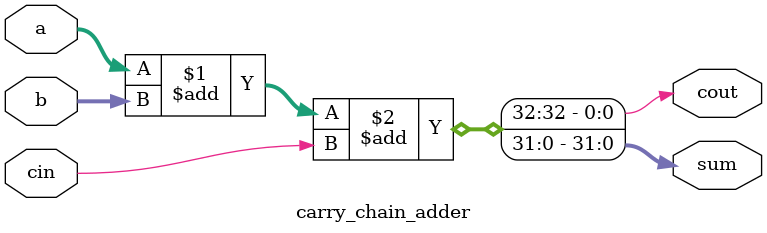
<source format=v>
`timescale 1ns / 1ps

module carry_chain_adder #(
    parameter M = 32)
    (
    input    [M-1:0] a,
    input    [M-1:0] b,
    input            cin,
    output   [M-1:0] sum,
    output           cout 
    );

    assign {cout, sum} = a + b + cin;
endmodule

</source>
